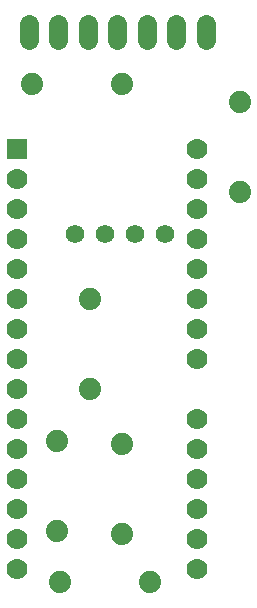
<source format=gbl>
G04 Layer: BottomLayer*
G04 EasyEDA v6.4.25, 2022-02-05T13:35:09+01:00*
G04 1f559c24abfb2adb4286a3190d27404d,956263b731bf459f90372ec277b1d7cd,10*
G04 Gerber Generator version 0.2*
G04 Scale: 100 percent, Rotated: No, Reflected: No *
G04 Dimensions in millimeters *
G04 leading zeros omitted , absolute positions ,4 integer and 5 decimal *
%FSLAX45Y45*%
%MOMM*%

%ADD12C,1.5748*%
%ADD13C,1.8796*%
%ADD14R,1.7780X1.7780*%
%ADD15C,1.7780*%
%ADD16C,1.6000*%

%LPD*%
D12*
G01*
X1689100Y-2146000D03*
G01*
X1435100Y-2146000D03*
G01*
X1181100Y-2146000D03*
G01*
X1943100Y-2146000D03*
D13*
G01*
X2578100Y-1028700D03*
G01*
X2578100Y-1790700D03*
G01*
X1308100Y-3454400D03*
G01*
X1308100Y-2692400D03*
G01*
X1816100Y-5092700D03*
G01*
X1054100Y-5092700D03*
G01*
X1574800Y-3924300D03*
G01*
X1574800Y-4686300D03*
G01*
X812800Y-876300D03*
G01*
X1574800Y-876300D03*
G01*
X1028700Y-3898900D03*
G01*
X1028700Y-4660900D03*
D14*
G01*
X685800Y-1422400D03*
D15*
G01*
X685800Y-1676400D03*
G01*
X685800Y-1930400D03*
G01*
X685800Y-2184400D03*
G01*
X685800Y-2438400D03*
G01*
X685800Y-2692400D03*
G01*
X685800Y-2946400D03*
G01*
X685800Y-3200400D03*
G01*
X685800Y-3454400D03*
G01*
X685800Y-3708400D03*
G01*
X685800Y-3962400D03*
G01*
X685800Y-4216400D03*
G01*
X685800Y-4470400D03*
G01*
X685800Y-4724400D03*
G01*
X685800Y-4978400D03*
G01*
X2209800Y-1422400D03*
G01*
X2209800Y-1676400D03*
G01*
X2209800Y-1930400D03*
G01*
X2209800Y-2184400D03*
G01*
X2209800Y-2438400D03*
G01*
X2209800Y-2692400D03*
G01*
X2209800Y-2946400D03*
G01*
X2209800Y-3200400D03*
G01*
X2209800Y-3708400D03*
G01*
X2209800Y-3962400D03*
G01*
X2209800Y-4216400D03*
G01*
X2209800Y-4470400D03*
G01*
X2209800Y-4724400D03*
G01*
X2209800Y-4978400D03*
D16*
X787400Y-361800D02*
G01*
X787400Y-501799D01*
X1037412Y-361800D02*
G01*
X1037412Y-501799D01*
X1287398Y-361800D02*
G01*
X1287398Y-501799D01*
X1537411Y-361800D02*
G01*
X1537411Y-501799D01*
X1787397Y-361800D02*
G01*
X1787397Y-501799D01*
X2037410Y-361800D02*
G01*
X2037410Y-501799D01*
X2287397Y-361800D02*
G01*
X2287397Y-501799D01*
M02*

</source>
